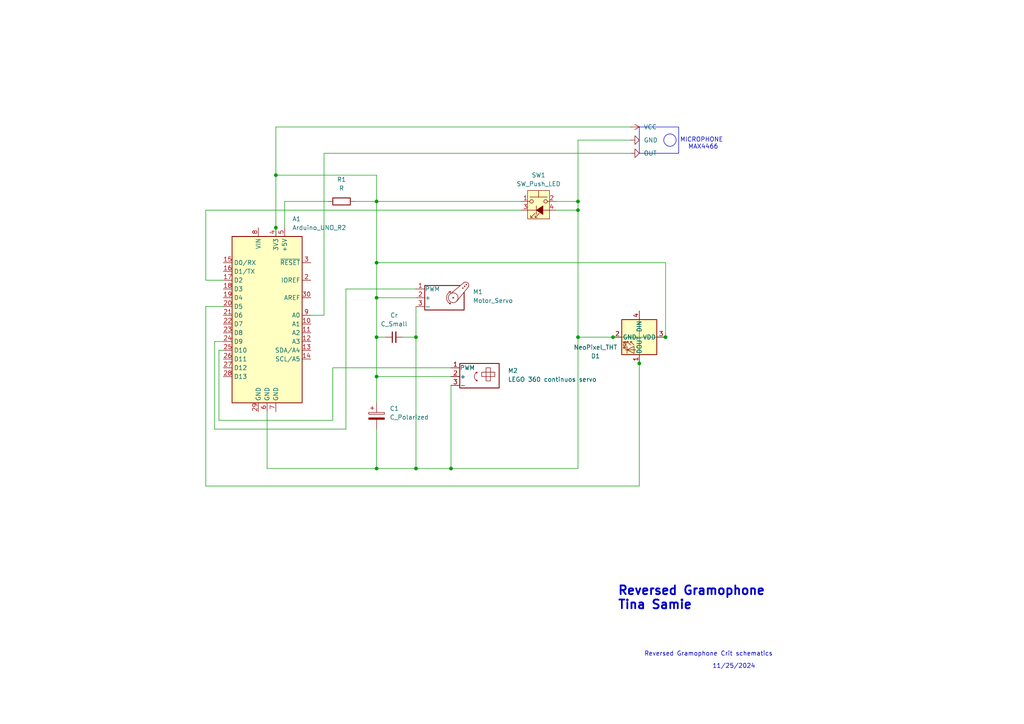
<source format=kicad_sch>
(kicad_sch
	(version 20231120)
	(generator "eeschema")
	(generator_version "8.0")
	(uuid "65bf8d4d-6d74-4b0b-81c7-e040d9420843")
	(paper "A4")
	(lib_symbols
		(symbol "Device:C_Polarized"
			(pin_numbers hide)
			(pin_names
				(offset 0.254)
			)
			(exclude_from_sim no)
			(in_bom yes)
			(on_board yes)
			(property "Reference" "C"
				(at 0.635 2.54 0)
				(effects
					(font
						(size 1.27 1.27)
					)
					(justify left)
				)
			)
			(property "Value" "C_Polarized"
				(at 0.635 -2.54 0)
				(effects
					(font
						(size 1.27 1.27)
					)
					(justify left)
				)
			)
			(property "Footprint" ""
				(at 0.9652 -3.81 0)
				(effects
					(font
						(size 1.27 1.27)
					)
					(hide yes)
				)
			)
			(property "Datasheet" "~"
				(at 0 0 0)
				(effects
					(font
						(size 1.27 1.27)
					)
					(hide yes)
				)
			)
			(property "Description" "Polarized capacitor"
				(at 0 0 0)
				(effects
					(font
						(size 1.27 1.27)
					)
					(hide yes)
				)
			)
			(property "ki_keywords" "cap capacitor"
				(at 0 0 0)
				(effects
					(font
						(size 1.27 1.27)
					)
					(hide yes)
				)
			)
			(property "ki_fp_filters" "CP_*"
				(at 0 0 0)
				(effects
					(font
						(size 1.27 1.27)
					)
					(hide yes)
				)
			)
			(symbol "C_Polarized_0_1"
				(rectangle
					(start -2.286 0.508)
					(end 2.286 1.016)
					(stroke
						(width 0)
						(type default)
					)
					(fill
						(type none)
					)
				)
				(polyline
					(pts
						(xy -1.778 2.286) (xy -0.762 2.286)
					)
					(stroke
						(width 0)
						(type default)
					)
					(fill
						(type none)
					)
				)
				(polyline
					(pts
						(xy -1.27 2.794) (xy -1.27 1.778)
					)
					(stroke
						(width 0)
						(type default)
					)
					(fill
						(type none)
					)
				)
				(rectangle
					(start 2.286 -0.508)
					(end -2.286 -1.016)
					(stroke
						(width 0)
						(type default)
					)
					(fill
						(type outline)
					)
				)
			)
			(symbol "C_Polarized_1_1"
				(pin passive line
					(at 0 3.81 270)
					(length 2.794)
					(name "~"
						(effects
							(font
								(size 1.27 1.27)
							)
						)
					)
					(number "1"
						(effects
							(font
								(size 1.27 1.27)
							)
						)
					)
				)
				(pin passive line
					(at 0 -3.81 90)
					(length 2.794)
					(name "~"
						(effects
							(font
								(size 1.27 1.27)
							)
						)
					)
					(number "2"
						(effects
							(font
								(size 1.27 1.27)
							)
						)
					)
				)
			)
		)
		(symbol "Device:C_Small"
			(pin_numbers hide)
			(pin_names
				(offset 0.254) hide)
			(exclude_from_sim no)
			(in_bom yes)
			(on_board yes)
			(property "Reference" "C"
				(at 0.254 1.778 0)
				(effects
					(font
						(size 1.27 1.27)
					)
					(justify left)
				)
			)
			(property "Value" "C_Small"
				(at 0.254 -2.032 0)
				(effects
					(font
						(size 1.27 1.27)
					)
					(justify left)
				)
			)
			(property "Footprint" ""
				(at 0 0 0)
				(effects
					(font
						(size 1.27 1.27)
					)
					(hide yes)
				)
			)
			(property "Datasheet" "~"
				(at 0 0 0)
				(effects
					(font
						(size 1.27 1.27)
					)
					(hide yes)
				)
			)
			(property "Description" "Unpolarized capacitor, small symbol"
				(at 0 0 0)
				(effects
					(font
						(size 1.27 1.27)
					)
					(hide yes)
				)
			)
			(property "ki_keywords" "capacitor cap"
				(at 0 0 0)
				(effects
					(font
						(size 1.27 1.27)
					)
					(hide yes)
				)
			)
			(property "ki_fp_filters" "C_*"
				(at 0 0 0)
				(effects
					(font
						(size 1.27 1.27)
					)
					(hide yes)
				)
			)
			(symbol "C_Small_0_1"
				(polyline
					(pts
						(xy -1.524 -0.508) (xy 1.524 -0.508)
					)
					(stroke
						(width 0.3302)
						(type default)
					)
					(fill
						(type none)
					)
				)
				(polyline
					(pts
						(xy -1.524 0.508) (xy 1.524 0.508)
					)
					(stroke
						(width 0.3048)
						(type default)
					)
					(fill
						(type none)
					)
				)
			)
			(symbol "C_Small_1_1"
				(pin passive line
					(at 0 2.54 270)
					(length 2.032)
					(name "~"
						(effects
							(font
								(size 1.27 1.27)
							)
						)
					)
					(number "1"
						(effects
							(font
								(size 1.27 1.27)
							)
						)
					)
				)
				(pin passive line
					(at 0 -2.54 90)
					(length 2.032)
					(name "~"
						(effects
							(font
								(size 1.27 1.27)
							)
						)
					)
					(number "2"
						(effects
							(font
								(size 1.27 1.27)
							)
						)
					)
				)
			)
		)
		(symbol "Device:R"
			(pin_numbers hide)
			(pin_names
				(offset 0)
			)
			(exclude_from_sim no)
			(in_bom yes)
			(on_board yes)
			(property "Reference" "R"
				(at 2.032 0 90)
				(effects
					(font
						(size 1.27 1.27)
					)
				)
			)
			(property "Value" "R"
				(at 0 0 90)
				(effects
					(font
						(size 1.27 1.27)
					)
				)
			)
			(property "Footprint" ""
				(at -1.778 0 90)
				(effects
					(font
						(size 1.27 1.27)
					)
					(hide yes)
				)
			)
			(property "Datasheet" "~"
				(at 0 0 0)
				(effects
					(font
						(size 1.27 1.27)
					)
					(hide yes)
				)
			)
			(property "Description" "Resistor"
				(at 0 0 0)
				(effects
					(font
						(size 1.27 1.27)
					)
					(hide yes)
				)
			)
			(property "ki_keywords" "R res resistor"
				(at 0 0 0)
				(effects
					(font
						(size 1.27 1.27)
					)
					(hide yes)
				)
			)
			(property "ki_fp_filters" "R_*"
				(at 0 0 0)
				(effects
					(font
						(size 1.27 1.27)
					)
					(hide yes)
				)
			)
			(symbol "R_0_1"
				(rectangle
					(start -1.016 -2.54)
					(end 1.016 2.54)
					(stroke
						(width 0.254)
						(type default)
					)
					(fill
						(type none)
					)
				)
			)
			(symbol "R_1_1"
				(pin passive line
					(at 0 3.81 270)
					(length 1.27)
					(name "~"
						(effects
							(font
								(size 1.27 1.27)
							)
						)
					)
					(number "1"
						(effects
							(font
								(size 1.27 1.27)
							)
						)
					)
				)
				(pin passive line
					(at 0 -3.81 90)
					(length 1.27)
					(name "~"
						(effects
							(font
								(size 1.27 1.27)
							)
						)
					)
					(number "2"
						(effects
							(font
								(size 1.27 1.27)
							)
						)
					)
				)
			)
		)
		(symbol "LED:NeoPixel_THT"
			(pin_names
				(offset 0.254)
			)
			(exclude_from_sim no)
			(in_bom yes)
			(on_board yes)
			(property "Reference" "D"
				(at 5.08 5.715 0)
				(effects
					(font
						(size 1.27 1.27)
					)
					(justify right bottom)
				)
			)
			(property "Value" "NeoPixel_THT"
				(at 1.27 -5.715 0)
				(effects
					(font
						(size 1.27 1.27)
					)
					(justify left top)
				)
			)
			(property "Footprint" ""
				(at 1.27 -7.62 0)
				(effects
					(font
						(size 1.27 1.27)
					)
					(justify left top)
					(hide yes)
				)
			)
			(property "Datasheet" "https://www.adafruit.com/product/1938"
				(at 2.54 -9.525 0)
				(effects
					(font
						(size 1.27 1.27)
					)
					(justify left top)
					(hide yes)
				)
			)
			(property "Description" "RGB LED with integrated controller, 5mm/8mm LED package"
				(at 0 0 0)
				(effects
					(font
						(size 1.27 1.27)
					)
					(hide yes)
				)
			)
			(property "ki_keywords" "RGB LED NeoPixel addressable"
				(at 0 0 0)
				(effects
					(font
						(size 1.27 1.27)
					)
					(hide yes)
				)
			)
			(property "ki_fp_filters" "LED*D5.0mm* LED*D8.0mm*"
				(at 0 0 0)
				(effects
					(font
						(size 1.27 1.27)
					)
					(hide yes)
				)
			)
			(symbol "NeoPixel_THT_0_0"
				(text "RGB"
					(at 2.286 -4.191 0)
					(effects
						(font
							(size 0.762 0.762)
						)
					)
				)
			)
			(symbol "NeoPixel_THT_0_1"
				(polyline
					(pts
						(xy 1.27 -3.556) (xy 1.778 -3.556)
					)
					(stroke
						(width 0)
						(type default)
					)
					(fill
						(type none)
					)
				)
				(polyline
					(pts
						(xy 1.27 -2.54) (xy 1.778 -2.54)
					)
					(stroke
						(width 0)
						(type default)
					)
					(fill
						(type none)
					)
				)
				(polyline
					(pts
						(xy 4.699 -3.556) (xy 2.667 -3.556)
					)
					(stroke
						(width 0)
						(type default)
					)
					(fill
						(type none)
					)
				)
				(polyline
					(pts
						(xy 2.286 -2.54) (xy 1.27 -3.556) (xy 1.27 -3.048)
					)
					(stroke
						(width 0)
						(type default)
					)
					(fill
						(type none)
					)
				)
				(polyline
					(pts
						(xy 2.286 -1.524) (xy 1.27 -2.54) (xy 1.27 -2.032)
					)
					(stroke
						(width 0)
						(type default)
					)
					(fill
						(type none)
					)
				)
				(polyline
					(pts
						(xy 3.683 -1.016) (xy 3.683 -3.556) (xy 3.683 -4.064)
					)
					(stroke
						(width 0)
						(type default)
					)
					(fill
						(type none)
					)
				)
				(polyline
					(pts
						(xy 4.699 -1.524) (xy 2.667 -1.524) (xy 3.683 -3.556) (xy 4.699 -1.524)
					)
					(stroke
						(width 0)
						(type default)
					)
					(fill
						(type none)
					)
				)
				(rectangle
					(start 5.08 5.08)
					(end -5.08 -5.08)
					(stroke
						(width 0.254)
						(type default)
					)
					(fill
						(type background)
					)
				)
			)
			(symbol "NeoPixel_THT_1_1"
				(pin output line
					(at 7.62 0 180)
					(length 2.54)
					(name "DOUT"
						(effects
							(font
								(size 1.27 1.27)
							)
						)
					)
					(number "1"
						(effects
							(font
								(size 1.27 1.27)
							)
						)
					)
				)
				(pin power_in line
					(at 0 -7.62 90)
					(length 2.54)
					(name "GND"
						(effects
							(font
								(size 1.27 1.27)
							)
						)
					)
					(number "2"
						(effects
							(font
								(size 1.27 1.27)
							)
						)
					)
				)
				(pin power_in line
					(at 0 7.62 270)
					(length 2.54)
					(name "VDD"
						(effects
							(font
								(size 1.27 1.27)
							)
						)
					)
					(number "3"
						(effects
							(font
								(size 1.27 1.27)
							)
						)
					)
				)
				(pin input line
					(at -7.62 0 0)
					(length 2.54)
					(name "DIN"
						(effects
							(font
								(size 1.27 1.27)
							)
						)
					)
					(number "4"
						(effects
							(font
								(size 1.27 1.27)
							)
						)
					)
				)
			)
		)
		(symbol "MCU_Module:Arduino_UNO_R2"
			(exclude_from_sim no)
			(in_bom yes)
			(on_board yes)
			(property "Reference" "A"
				(at -10.16 23.495 0)
				(effects
					(font
						(size 1.27 1.27)
					)
					(justify left bottom)
				)
			)
			(property "Value" "Arduino_UNO_R2"
				(at 5.08 -26.67 0)
				(effects
					(font
						(size 1.27 1.27)
					)
					(justify left top)
				)
			)
			(property "Footprint" "Module:Arduino_UNO_R2"
				(at 0 0 0)
				(effects
					(font
						(size 1.27 1.27)
						(italic yes)
					)
					(hide yes)
				)
			)
			(property "Datasheet" "https://www.arduino.cc/en/Main/arduinoBoardUno"
				(at 0 0 0)
				(effects
					(font
						(size 1.27 1.27)
					)
					(hide yes)
				)
			)
			(property "Description" "Arduino UNO Microcontroller Module, release 2"
				(at 0 0 0)
				(effects
					(font
						(size 1.27 1.27)
					)
					(hide yes)
				)
			)
			(property "ki_keywords" "Arduino UNO R3 Microcontroller Module Atmel AVR USB"
				(at 0 0 0)
				(effects
					(font
						(size 1.27 1.27)
					)
					(hide yes)
				)
			)
			(property "ki_fp_filters" "Arduino*UNO*R2*"
				(at 0 0 0)
				(effects
					(font
						(size 1.27 1.27)
					)
					(hide yes)
				)
			)
			(symbol "Arduino_UNO_R2_0_1"
				(rectangle
					(start -10.16 22.86)
					(end 10.16 -25.4)
					(stroke
						(width 0.254)
						(type default)
					)
					(fill
						(type background)
					)
				)
			)
			(symbol "Arduino_UNO_R2_1_1"
				(pin no_connect line
					(at -10.16 -20.32 0)
					(length 2.54) hide
					(name "NC"
						(effects
							(font
								(size 1.27 1.27)
							)
						)
					)
					(number "1"
						(effects
							(font
								(size 1.27 1.27)
							)
						)
					)
				)
				(pin bidirectional line
					(at 12.7 -2.54 180)
					(length 2.54)
					(name "A1"
						(effects
							(font
								(size 1.27 1.27)
							)
						)
					)
					(number "10"
						(effects
							(font
								(size 1.27 1.27)
							)
						)
					)
				)
				(pin bidirectional line
					(at 12.7 -5.08 180)
					(length 2.54)
					(name "A2"
						(effects
							(font
								(size 1.27 1.27)
							)
						)
					)
					(number "11"
						(effects
							(font
								(size 1.27 1.27)
							)
						)
					)
				)
				(pin bidirectional line
					(at 12.7 -7.62 180)
					(length 2.54)
					(name "A3"
						(effects
							(font
								(size 1.27 1.27)
							)
						)
					)
					(number "12"
						(effects
							(font
								(size 1.27 1.27)
							)
						)
					)
				)
				(pin bidirectional line
					(at 12.7 -10.16 180)
					(length 2.54)
					(name "SDA/A4"
						(effects
							(font
								(size 1.27 1.27)
							)
						)
					)
					(number "13"
						(effects
							(font
								(size 1.27 1.27)
							)
						)
					)
				)
				(pin bidirectional line
					(at 12.7 -12.7 180)
					(length 2.54)
					(name "SCL/A5"
						(effects
							(font
								(size 1.27 1.27)
							)
						)
					)
					(number "14"
						(effects
							(font
								(size 1.27 1.27)
							)
						)
					)
				)
				(pin bidirectional line
					(at -12.7 15.24 0)
					(length 2.54)
					(name "D0/RX"
						(effects
							(font
								(size 1.27 1.27)
							)
						)
					)
					(number "15"
						(effects
							(font
								(size 1.27 1.27)
							)
						)
					)
				)
				(pin bidirectional line
					(at -12.7 12.7 0)
					(length 2.54)
					(name "D1/TX"
						(effects
							(font
								(size 1.27 1.27)
							)
						)
					)
					(number "16"
						(effects
							(font
								(size 1.27 1.27)
							)
						)
					)
				)
				(pin bidirectional line
					(at -12.7 10.16 0)
					(length 2.54)
					(name "D2"
						(effects
							(font
								(size 1.27 1.27)
							)
						)
					)
					(number "17"
						(effects
							(font
								(size 1.27 1.27)
							)
						)
					)
				)
				(pin bidirectional line
					(at -12.7 7.62 0)
					(length 2.54)
					(name "D3"
						(effects
							(font
								(size 1.27 1.27)
							)
						)
					)
					(number "18"
						(effects
							(font
								(size 1.27 1.27)
							)
						)
					)
				)
				(pin bidirectional line
					(at -12.7 5.08 0)
					(length 2.54)
					(name "D4"
						(effects
							(font
								(size 1.27 1.27)
							)
						)
					)
					(number "19"
						(effects
							(font
								(size 1.27 1.27)
							)
						)
					)
				)
				(pin output line
					(at 12.7 10.16 180)
					(length 2.54)
					(name "IOREF"
						(effects
							(font
								(size 1.27 1.27)
							)
						)
					)
					(number "2"
						(effects
							(font
								(size 1.27 1.27)
							)
						)
					)
				)
				(pin bidirectional line
					(at -12.7 2.54 0)
					(length 2.54)
					(name "D5"
						(effects
							(font
								(size 1.27 1.27)
							)
						)
					)
					(number "20"
						(effects
							(font
								(size 1.27 1.27)
							)
						)
					)
				)
				(pin bidirectional line
					(at -12.7 0 0)
					(length 2.54)
					(name "D6"
						(effects
							(font
								(size 1.27 1.27)
							)
						)
					)
					(number "21"
						(effects
							(font
								(size 1.27 1.27)
							)
						)
					)
				)
				(pin bidirectional line
					(at -12.7 -2.54 0)
					(length 2.54)
					(name "D7"
						(effects
							(font
								(size 1.27 1.27)
							)
						)
					)
					(number "22"
						(effects
							(font
								(size 1.27 1.27)
							)
						)
					)
				)
				(pin bidirectional line
					(at -12.7 -5.08 0)
					(length 2.54)
					(name "D8"
						(effects
							(font
								(size 1.27 1.27)
							)
						)
					)
					(number "23"
						(effects
							(font
								(size 1.27 1.27)
							)
						)
					)
				)
				(pin bidirectional line
					(at -12.7 -7.62 0)
					(length 2.54)
					(name "D9"
						(effects
							(font
								(size 1.27 1.27)
							)
						)
					)
					(number "24"
						(effects
							(font
								(size 1.27 1.27)
							)
						)
					)
				)
				(pin bidirectional line
					(at -12.7 -10.16 0)
					(length 2.54)
					(name "D10"
						(effects
							(font
								(size 1.27 1.27)
							)
						)
					)
					(number "25"
						(effects
							(font
								(size 1.27 1.27)
							)
						)
					)
				)
				(pin bidirectional line
					(at -12.7 -12.7 0)
					(length 2.54)
					(name "D11"
						(effects
							(font
								(size 1.27 1.27)
							)
						)
					)
					(number "26"
						(effects
							(font
								(size 1.27 1.27)
							)
						)
					)
				)
				(pin bidirectional line
					(at -12.7 -15.24 0)
					(length 2.54)
					(name "D12"
						(effects
							(font
								(size 1.27 1.27)
							)
						)
					)
					(number "27"
						(effects
							(font
								(size 1.27 1.27)
							)
						)
					)
				)
				(pin bidirectional line
					(at -12.7 -17.78 0)
					(length 2.54)
					(name "D13"
						(effects
							(font
								(size 1.27 1.27)
							)
						)
					)
					(number "28"
						(effects
							(font
								(size 1.27 1.27)
							)
						)
					)
				)
				(pin power_in line
					(at -2.54 -27.94 90)
					(length 2.54)
					(name "GND"
						(effects
							(font
								(size 1.27 1.27)
							)
						)
					)
					(number "29"
						(effects
							(font
								(size 1.27 1.27)
							)
						)
					)
				)
				(pin input line
					(at 12.7 15.24 180)
					(length 2.54)
					(name "~{RESET}"
						(effects
							(font
								(size 1.27 1.27)
							)
						)
					)
					(number "3"
						(effects
							(font
								(size 1.27 1.27)
							)
						)
					)
				)
				(pin input line
					(at 12.7 5.08 180)
					(length 2.54)
					(name "AREF"
						(effects
							(font
								(size 1.27 1.27)
							)
						)
					)
					(number "30"
						(effects
							(font
								(size 1.27 1.27)
							)
						)
					)
				)
				(pin power_out line
					(at 2.54 25.4 270)
					(length 2.54)
					(name "3V3"
						(effects
							(font
								(size 1.27 1.27)
							)
						)
					)
					(number "4"
						(effects
							(font
								(size 1.27 1.27)
							)
						)
					)
				)
				(pin power_out line
					(at 5.08 25.4 270)
					(length 2.54)
					(name "+5V"
						(effects
							(font
								(size 1.27 1.27)
							)
						)
					)
					(number "5"
						(effects
							(font
								(size 1.27 1.27)
							)
						)
					)
				)
				(pin power_in line
					(at 0 -27.94 90)
					(length 2.54)
					(name "GND"
						(effects
							(font
								(size 1.27 1.27)
							)
						)
					)
					(number "6"
						(effects
							(font
								(size 1.27 1.27)
							)
						)
					)
				)
				(pin power_in line
					(at 2.54 -27.94 90)
					(length 2.54)
					(name "GND"
						(effects
							(font
								(size 1.27 1.27)
							)
						)
					)
					(number "7"
						(effects
							(font
								(size 1.27 1.27)
							)
						)
					)
				)
				(pin power_in line
					(at -2.54 25.4 270)
					(length 2.54)
					(name "VIN"
						(effects
							(font
								(size 1.27 1.27)
							)
						)
					)
					(number "8"
						(effects
							(font
								(size 1.27 1.27)
							)
						)
					)
				)
				(pin bidirectional line
					(at 12.7 0 180)
					(length 2.54)
					(name "A0"
						(effects
							(font
								(size 1.27 1.27)
							)
						)
					)
					(number "9"
						(effects
							(font
								(size 1.27 1.27)
							)
						)
					)
				)
			)
		)
		(symbol "Motor:Motor_Servo"
			(pin_names
				(offset 0.0254)
			)
			(exclude_from_sim no)
			(in_bom yes)
			(on_board yes)
			(property "Reference" "M"
				(at -5.08 4.445 0)
				(effects
					(font
						(size 1.27 1.27)
					)
					(justify left)
				)
			)
			(property "Value" "Motor_Servo"
				(at -5.08 -4.064 0)
				(effects
					(font
						(size 1.27 1.27)
					)
					(justify left top)
				)
			)
			(property "Footprint" ""
				(at 0 -4.826 0)
				(effects
					(font
						(size 1.27 1.27)
					)
					(hide yes)
				)
			)
			(property "Datasheet" "http://forums.parallax.com/uploads/attachments/46831/74481.png"
				(at 0 -4.826 0)
				(effects
					(font
						(size 1.27 1.27)
					)
					(hide yes)
				)
			)
			(property "Description" "Servo Motor (Futaba, HiTec, JR connector)"
				(at 0 0 0)
				(effects
					(font
						(size 1.27 1.27)
					)
					(hide yes)
				)
			)
			(property "ki_keywords" "Servo Motor"
				(at 0 0 0)
				(effects
					(font
						(size 1.27 1.27)
					)
					(hide yes)
				)
			)
			(property "ki_fp_filters" "PinHeader*P2.54mm*"
				(at 0 0 0)
				(effects
					(font
						(size 1.27 1.27)
					)
					(hide yes)
				)
			)
			(symbol "Motor_Servo_0_1"
				(polyline
					(pts
						(xy 2.413 -1.778) (xy 2.032 -1.778)
					)
					(stroke
						(width 0)
						(type default)
					)
					(fill
						(type none)
					)
				)
				(polyline
					(pts
						(xy 2.413 -1.778) (xy 2.286 -1.397)
					)
					(stroke
						(width 0)
						(type default)
					)
					(fill
						(type none)
					)
				)
				(polyline
					(pts
						(xy 2.413 1.778) (xy 1.905 1.778)
					)
					(stroke
						(width 0)
						(type default)
					)
					(fill
						(type none)
					)
				)
				(polyline
					(pts
						(xy 2.413 1.778) (xy 2.286 1.397)
					)
					(stroke
						(width 0)
						(type default)
					)
					(fill
						(type none)
					)
				)
				(polyline
					(pts
						(xy 6.35 4.445) (xy 2.54 1.27)
					)
					(stroke
						(width 0)
						(type default)
					)
					(fill
						(type none)
					)
				)
				(polyline
					(pts
						(xy 7.62 3.175) (xy 4.191 -1.016)
					)
					(stroke
						(width 0)
						(type default)
					)
					(fill
						(type none)
					)
				)
				(polyline
					(pts
						(xy 5.08 3.556) (xy -5.08 3.556) (xy -5.08 -3.556) (xy 6.35 -3.556) (xy 6.35 1.524)
					)
					(stroke
						(width 0.254)
						(type default)
					)
					(fill
						(type none)
					)
				)
				(arc
					(start 2.413 1.778)
					(mid 1.2406 0)
					(end 2.413 -1.778)
					(stroke
						(width 0)
						(type default)
					)
					(fill
						(type none)
					)
				)
				(circle
					(center 3.175 0)
					(radius 0.1778)
					(stroke
						(width 0)
						(type default)
					)
					(fill
						(type none)
					)
				)
				(circle
					(center 3.175 0)
					(radius 1.4224)
					(stroke
						(width 0)
						(type default)
					)
					(fill
						(type none)
					)
				)
				(circle
					(center 5.969 2.794)
					(radius 0.127)
					(stroke
						(width 0)
						(type default)
					)
					(fill
						(type none)
					)
				)
				(circle
					(center 6.477 3.302)
					(radius 0.127)
					(stroke
						(width 0)
						(type default)
					)
					(fill
						(type none)
					)
				)
				(circle
					(center 6.985 3.81)
					(radius 0.127)
					(stroke
						(width 0)
						(type default)
					)
					(fill
						(type none)
					)
				)
				(arc
					(start 7.62 3.175)
					(mid 7.4485 4.2735)
					(end 6.35 4.445)
					(stroke
						(width 0)
						(type default)
					)
					(fill
						(type none)
					)
				)
			)
			(symbol "Motor_Servo_1_1"
				(pin passive line
					(at -7.62 2.54 0)
					(length 2.54)
					(name "PWM"
						(effects
							(font
								(size 1.27 1.27)
							)
						)
					)
					(number "1"
						(effects
							(font
								(size 1.27 1.27)
							)
						)
					)
				)
				(pin passive line
					(at -7.62 0 0)
					(length 2.54)
					(name "+"
						(effects
							(font
								(size 1.27 1.27)
							)
						)
					)
					(number "2"
						(effects
							(font
								(size 1.27 1.27)
							)
						)
					)
				)
				(pin passive line
					(at -7.62 -2.54 0)
					(length 2.54)
					(name "-"
						(effects
							(font
								(size 1.27 1.27)
							)
						)
					)
					(number "3"
						(effects
							(font
								(size 1.27 1.27)
							)
						)
					)
				)
			)
		)
		(symbol "Motor_Servo_1"
			(pin_names
				(offset 0.0254)
			)
			(exclude_from_sim no)
			(in_bom yes)
			(on_board yes)
			(property "Reference" "M2"
				(at 8.89 1.7035 0)
				(effects
					(font
						(size 1.27 1.27)
					)
					(justify left)
				)
			)
			(property "Value" "LEGO 360 continuos servo"
				(at 8.89 -0.8365 0)
				(effects
					(font
						(size 1.27 1.27)
					)
					(justify left)
				)
			)
			(property "Footprint" ""
				(at 0 -4.826 0)
				(effects
					(font
						(size 1.27 1.27)
					)
					(hide yes)
				)
			)
			(property "Datasheet" "http://forums.parallax.com/uploads/attachments/46831/74481.png"
				(at 0 -4.826 0)
				(effects
					(font
						(size 1.27 1.27)
					)
					(hide yes)
				)
			)
			(property "Description" "Servo Motor (Futaba, HiTec, JR connector)"
				(at 0 0 0)
				(effects
					(font
						(size 1.27 1.27)
					)
					(hide yes)
				)
			)
			(property "ki_keywords" "Servo Motor"
				(at 0 0 0)
				(effects
					(font
						(size 1.27 1.27)
					)
					(hide yes)
				)
			)
			(property "ki_fp_filters" "PinHeader*P2.54mm*"
				(at 0 0 0)
				(effects
					(font
						(size 1.27 1.27)
					)
					(hide yes)
				)
			)
			(symbol "Motor_Servo_1_0_1"
				(polyline
					(pts
						(xy 0 -1.27) (xy -0.381 -1.27)
					)
					(stroke
						(width 0)
						(type default)
					)
					(fill
						(type none)
					)
				)
				(polyline
					(pts
						(xy 0 -1.27) (xy -0.127 -0.889)
					)
					(stroke
						(width 0)
						(type default)
					)
					(fill
						(type none)
					)
				)
				(polyline
					(pts
						(xy 0 1.27) (xy -0.508 1.27)
					)
					(stroke
						(width 0)
						(type default)
					)
					(fill
						(type none)
					)
				)
				(polyline
					(pts
						(xy 0 1.27) (xy -0.127 0.889)
					)
					(stroke
						(width 0)
						(type default)
					)
					(fill
						(type none)
					)
				)
				(polyline
					(pts
						(xy 6.35 3.81) (xy -5.08 3.81) (xy -5.08 -3.302) (xy 6.35 -3.302) (xy 6.35 3.81)
					)
					(stroke
						(width 0.254)
						(type default)
					)
					(fill
						(type none)
					)
				)
				(arc
					(start 0 1.27)
					(mid -0.8373 0)
					(end 0 -1.27)
					(stroke
						(width 0)
						(type default)
					)
					(fill
						(type none)
					)
				)
				(rectangle
					(start 1.27 1.27)
					(end 5.08 0)
					(stroke
						(width 0)
						(type default)
					)
					(fill
						(type none)
					)
				)
				(rectangle
					(start 2.54 2.54)
					(end 3.81 -1.27)
					(stroke
						(width 0)
						(type default)
					)
					(fill
						(type none)
					)
				)
			)
			(symbol "Motor_Servo_1_1_1"
				(pin passive line
					(at -7.62 2.54 0)
					(length 2.54)
					(name "PWM"
						(effects
							(font
								(size 1.27 1.27)
							)
						)
					)
					(number "1"
						(effects
							(font
								(size 1.27 1.27)
							)
						)
					)
				)
				(pin passive line
					(at -7.62 0 0)
					(length 2.54)
					(name "+"
						(effects
							(font
								(size 1.27 1.27)
							)
						)
					)
					(number "2"
						(effects
							(font
								(size 1.27 1.27)
							)
						)
					)
				)
				(pin passive line
					(at -7.62 -2.54 0)
					(length 2.54)
					(name "-"
						(effects
							(font
								(size 1.27 1.27)
							)
						)
					)
					(number "3"
						(effects
							(font
								(size 1.27 1.27)
							)
						)
					)
				)
			)
		)
		(symbol "Switch:SW_Push_LED"
			(pin_names
				(offset 1.016) hide)
			(exclude_from_sim no)
			(in_bom yes)
			(on_board yes)
			(property "Reference" "SW"
				(at 0 7.62 0)
				(effects
					(font
						(size 1.27 1.27)
					)
				)
			)
			(property "Value" "SW_Push_LED"
				(at 0 -3.81 0)
				(effects
					(font
						(size 1.27 1.27)
					)
				)
			)
			(property "Footprint" ""
				(at 0 7.62 0)
				(effects
					(font
						(size 1.27 1.27)
					)
					(hide yes)
				)
			)
			(property "Datasheet" "~"
				(at 0 7.62 0)
				(effects
					(font
						(size 1.27 1.27)
					)
					(hide yes)
				)
			)
			(property "Description" "Push button switch with LED, generic"
				(at 0 0 0)
				(effects
					(font
						(size 1.27 1.27)
					)
					(hide yes)
				)
			)
			(property "ki_keywords" "switch normally-open pushbutton push-button LED"
				(at 0 0 0)
				(effects
					(font
						(size 1.27 1.27)
					)
					(hide yes)
				)
			)
			(symbol "SW_Push_LED_0_0"
				(polyline
					(pts
						(xy -2.54 0) (xy 2.54 0)
					)
					(stroke
						(width 0)
						(type default)
					)
					(fill
						(type none)
					)
				)
				(polyline
					(pts
						(xy -2.286 -2.159) (xy -1.016 -0.889)
					)
					(stroke
						(width 0)
						(type default)
					)
					(fill
						(type none)
					)
				)
				(polyline
					(pts
						(xy -1.016 -2.159) (xy 0.254 -0.889)
					)
					(stroke
						(width 0)
						(type default)
					)
					(fill
						(type none)
					)
				)
				(polyline
					(pts
						(xy -0.635 1.27) (xy -0.635 -1.27)
					)
					(stroke
						(width 0)
						(type default)
					)
					(fill
						(type none)
					)
				)
				(polyline
					(pts
						(xy -2.286 -1.524) (xy -2.286 -2.159) (xy -1.651 -2.159)
					)
					(stroke
						(width 0)
						(type default)
					)
					(fill
						(type none)
					)
				)
				(polyline
					(pts
						(xy -1.016 -1.524) (xy -1.016 -2.159) (xy -0.381 -2.159)
					)
					(stroke
						(width 0)
						(type default)
					)
					(fill
						(type none)
					)
				)
				(polyline
					(pts
						(xy -0.635 0) (xy 1.27 1.27) (xy 1.27 -1.27) (xy -0.635 0)
					)
					(stroke
						(width 0)
						(type default)
					)
					(fill
						(type outline)
					)
				)
			)
			(symbol "SW_Push_LED_0_1"
				(circle
					(center -2.032 2.54)
					(radius 0.508)
					(stroke
						(width 0)
						(type default)
					)
					(fill
						(type none)
					)
				)
				(polyline
					(pts
						(xy 0 3.81) (xy 0 5.588)
					)
					(stroke
						(width 0)
						(type default)
					)
					(fill
						(type none)
					)
				)
				(polyline
					(pts
						(xy 2.54 3.81) (xy -2.54 3.81)
					)
					(stroke
						(width 0)
						(type default)
					)
					(fill
						(type none)
					)
				)
				(circle
					(center 2.032 2.54)
					(radius 0.508)
					(stroke
						(width 0)
						(type default)
					)
					(fill
						(type none)
					)
				)
				(pin passive line
					(at -5.08 2.54 0)
					(length 2.54)
					(name "1"
						(effects
							(font
								(size 1.27 1.27)
							)
						)
					)
					(number "1"
						(effects
							(font
								(size 1.27 1.27)
							)
						)
					)
				)
				(pin passive line
					(at 5.08 2.54 180)
					(length 2.54)
					(name "2"
						(effects
							(font
								(size 1.27 1.27)
							)
						)
					)
					(number "2"
						(effects
							(font
								(size 1.27 1.27)
							)
						)
					)
				)
				(pin passive line
					(at -5.08 0 0)
					(length 2.54)
					(name "K"
						(effects
							(font
								(size 1.27 1.27)
							)
						)
					)
					(number "3"
						(effects
							(font
								(size 1.27 1.27)
							)
						)
					)
				)
				(pin passive line
					(at 5.08 0 180)
					(length 2.54)
					(name "A"
						(effects
							(font
								(size 1.27 1.27)
							)
						)
					)
					(number "4"
						(effects
							(font
								(size 1.27 1.27)
							)
						)
					)
				)
			)
			(symbol "SW_Push_LED_1_1"
				(rectangle
					(start -3.175 5.715)
					(end 3.175 -2.54)
					(stroke
						(width 0)
						(type default)
					)
					(fill
						(type background)
					)
				)
			)
		)
		(symbol "power:GND"
			(power)
			(pin_numbers hide)
			(pin_names
				(offset 0) hide)
			(exclude_from_sim no)
			(in_bom yes)
			(on_board yes)
			(property "Reference" "#PWR"
				(at 0 -6.35 0)
				(effects
					(font
						(size 1.27 1.27)
					)
					(hide yes)
				)
			)
			(property "Value" "GND"
				(at 0 -3.81 0)
				(effects
					(font
						(size 1.27 1.27)
					)
				)
			)
			(property "Footprint" ""
				(at 0 0 0)
				(effects
					(font
						(size 1.27 1.27)
					)
					(hide yes)
				)
			)
			(property "Datasheet" ""
				(at 0 0 0)
				(effects
					(font
						(size 1.27 1.27)
					)
					(hide yes)
				)
			)
			(property "Description" "Power symbol creates a global label with name \"GND\" , ground"
				(at 0 0 0)
				(effects
					(font
						(size 1.27 1.27)
					)
					(hide yes)
				)
			)
			(property "ki_keywords" "global power"
				(at 0 0 0)
				(effects
					(font
						(size 1.27 1.27)
					)
					(hide yes)
				)
			)
			(symbol "GND_0_1"
				(polyline
					(pts
						(xy 0 0) (xy 0 -1.27) (xy 1.27 -1.27) (xy 0 -2.54) (xy -1.27 -1.27) (xy 0 -1.27)
					)
					(stroke
						(width 0)
						(type default)
					)
					(fill
						(type none)
					)
				)
			)
			(symbol "GND_1_1"
				(pin power_in line
					(at 0 0 270)
					(length 0)
					(name "~"
						(effects
							(font
								(size 1.27 1.27)
							)
						)
					)
					(number "1"
						(effects
							(font
								(size 1.27 1.27)
							)
						)
					)
				)
			)
		)
		(symbol "power:VCC"
			(power)
			(pin_numbers hide)
			(pin_names
				(offset 0) hide)
			(exclude_from_sim no)
			(in_bom yes)
			(on_board yes)
			(property "Reference" "#PWR"
				(at 0 -3.81 0)
				(effects
					(font
						(size 1.27 1.27)
					)
					(hide yes)
				)
			)
			(property "Value" "VCC"
				(at 0 3.556 0)
				(effects
					(font
						(size 1.27 1.27)
					)
				)
			)
			(property "Footprint" ""
				(at 0 0 0)
				(effects
					(font
						(size 1.27 1.27)
					)
					(hide yes)
				)
			)
			(property "Datasheet" ""
				(at 0 0 0)
				(effects
					(font
						(size 1.27 1.27)
					)
					(hide yes)
				)
			)
			(property "Description" "Power symbol creates a global label with name \"VCC\""
				(at 0 0 0)
				(effects
					(font
						(size 1.27 1.27)
					)
					(hide yes)
				)
			)
			(property "ki_keywords" "global power"
				(at 0 0 0)
				(effects
					(font
						(size 1.27 1.27)
					)
					(hide yes)
				)
			)
			(symbol "VCC_0_1"
				(polyline
					(pts
						(xy -0.762 1.27) (xy 0 2.54)
					)
					(stroke
						(width 0)
						(type default)
					)
					(fill
						(type none)
					)
				)
				(polyline
					(pts
						(xy 0 0) (xy 0 2.54)
					)
					(stroke
						(width 0)
						(type default)
					)
					(fill
						(type none)
					)
				)
				(polyline
					(pts
						(xy 0 2.54) (xy 0.762 1.27)
					)
					(stroke
						(width 0)
						(type default)
					)
					(fill
						(type none)
					)
				)
			)
			(symbol "VCC_1_1"
				(pin power_in line
					(at 0 0 90)
					(length 0)
					(name "~"
						(effects
							(font
								(size 1.27 1.27)
							)
						)
					)
					(number "1"
						(effects
							(font
								(size 1.27 1.27)
							)
						)
					)
				)
			)
		)
	)
	(junction
		(at 109.22 76.2)
		(diameter 0)
		(color 0 0 0 0)
		(uuid "0dfd0107-4c30-4358-9aa9-d12381588ec5")
	)
	(junction
		(at 167.64 97.79)
		(diameter 0)
		(color 0 0 0 0)
		(uuid "11a40793-0118-44cd-b6cd-827df4d29666")
	)
	(junction
		(at 109.22 86.36)
		(diameter 0)
		(color 0 0 0 0)
		(uuid "1ab54a08-6009-4aac-8926-0c5e5397fb21")
	)
	(junction
		(at 177.8 97.79)
		(diameter 0)
		(color 0 0 0 0)
		(uuid "1f117ea1-0d9e-46b6-87b2-89f6f2b7fbc5")
	)
	(junction
		(at 109.22 135.89)
		(diameter 0)
		(color 0 0 0 0)
		(uuid "270b801a-788c-4bac-a20c-3141b1e9b654")
	)
	(junction
		(at 120.65 97.79)
		(diameter 0)
		(color 0 0 0 0)
		(uuid "40efd16c-3e1e-4e9e-aff9-6a7395fa1d2b")
	)
	(junction
		(at 109.22 58.42)
		(diameter 0)
		(color 0 0 0 0)
		(uuid "431447f8-5018-496b-bd20-23fbfd08c998")
	)
	(junction
		(at 120.65 135.89)
		(diameter 0)
		(color 0 0 0 0)
		(uuid "5268c0d3-d118-4d55-b08c-97fa5d68b30c")
	)
	(junction
		(at 80.01 66.04)
		(diameter 0)
		(color 0 0 0 0)
		(uuid "5deaeb6b-4435-4383-9abb-e48a28bf5254")
	)
	(junction
		(at 193.04 97.79)
		(diameter 0)
		(color 0 0 0 0)
		(uuid "689a85c4-96c2-404d-8449-63e778a926dc")
	)
	(junction
		(at 109.22 109.22)
		(diameter 0)
		(color 0 0 0 0)
		(uuid "84453c5c-2513-4318-9c01-f431123f26f8")
	)
	(junction
		(at 80.01 50.8)
		(diameter 0)
		(color 0 0 0 0)
		(uuid "afba9fb4-76cf-46db-83ab-129378ca73fe")
	)
	(junction
		(at 109.22 97.79)
		(diameter 0)
		(color 0 0 0 0)
		(uuid "e494ef12-5e8c-437b-bad0-a456c08a9848")
	)
	(junction
		(at 167.64 60.96)
		(diameter 0)
		(color 0 0 0 0)
		(uuid "f299b77d-ebb5-4fcb-8a58-081c108187ad")
	)
	(junction
		(at 185.42 105.41)
		(diameter 0)
		(color 0 0 0 0)
		(uuid "f81e4702-152a-450a-86fe-811ed77e021d")
	)
	(junction
		(at 167.64 58.42)
		(diameter 0)
		(color 0 0 0 0)
		(uuid "f8fa13a6-6092-4fef-9404-0bab7b166015")
	)
	(junction
		(at 130.81 135.89)
		(diameter 0)
		(color 0 0 0 0)
		(uuid "fd1fb21b-5ba3-456a-a3d1-789998187007")
	)
	(wire
		(pts
			(xy 120.65 97.79) (xy 120.65 135.89)
		)
		(stroke
			(width 0)
			(type default)
		)
		(uuid "021c3856-52d6-459b-ac06-5751ef4d2e3f")
	)
	(wire
		(pts
			(xy 62.23 99.06) (xy 64.77 99.06)
		)
		(stroke
			(width 0)
			(type default)
		)
		(uuid "0432c72e-83a6-4917-966d-e02b89e3ec7a")
	)
	(wire
		(pts
			(xy 109.22 109.22) (xy 109.22 116.84)
		)
		(stroke
			(width 0)
			(type default)
		)
		(uuid "058a370e-941f-42bf-97e9-f7ca6e97ea76")
	)
	(wire
		(pts
			(xy 59.69 140.97) (xy 59.69 88.9)
		)
		(stroke
			(width 0)
			(type default)
		)
		(uuid "063647d1-4200-4edc-bf5e-e08cf5c3c915")
	)
	(wire
		(pts
			(xy 63.5 121.92) (xy 63.5 101.6)
		)
		(stroke
			(width 0)
			(type default)
		)
		(uuid "0a51ee9e-c4b0-40c5-8439-93d99a57222b")
	)
	(wire
		(pts
			(xy 59.69 81.28) (xy 64.77 81.28)
		)
		(stroke
			(width 0)
			(type default)
		)
		(uuid "1fe34034-d3b3-4802-a082-06eff9fd555b")
	)
	(wire
		(pts
			(xy 167.64 58.42) (xy 167.64 60.96)
		)
		(stroke
			(width 0)
			(type default)
		)
		(uuid "23fb0ed7-d11d-40b0-b6e8-d6724a20d67f")
	)
	(wire
		(pts
			(xy 161.29 60.96) (xy 167.64 60.96)
		)
		(stroke
			(width 0)
			(type default)
		)
		(uuid "2552e126-0cba-4d03-aba3-dc31330036b3")
	)
	(wire
		(pts
			(xy 59.69 60.96) (xy 59.69 81.28)
		)
		(stroke
			(width 0)
			(type default)
		)
		(uuid "291338e9-9643-4df4-9422-4bfb2b8dc44d")
	)
	(wire
		(pts
			(xy 59.69 88.9) (xy 64.77 88.9)
		)
		(stroke
			(width 0)
			(type default)
		)
		(uuid "2cf98eb3-c383-408d-b68a-444c3ee317b9")
	)
	(wire
		(pts
			(xy 102.87 58.42) (xy 109.22 58.42)
		)
		(stroke
			(width 0)
			(type default)
		)
		(uuid "2ebf10d9-7ae9-4035-b504-1fa3b802dfab")
	)
	(wire
		(pts
			(xy 59.69 60.96) (xy 151.13 60.96)
		)
		(stroke
			(width 0)
			(type default)
		)
		(uuid "31e6a000-f8f7-42c3-9d65-5b2bacc6d128")
	)
	(wire
		(pts
			(xy 62.23 124.46) (xy 62.23 99.06)
		)
		(stroke
			(width 0)
			(type default)
		)
		(uuid "3787fc5b-fb6f-4ef4-95a1-9623ce1b38a7")
	)
	(wire
		(pts
			(xy 100.33 124.46) (xy 62.23 124.46)
		)
		(stroke
			(width 0)
			(type default)
		)
		(uuid "3ad8b6f0-c27c-49ca-b9ae-86c7cc690a19")
	)
	(wire
		(pts
			(xy 109.22 86.36) (xy 120.65 86.36)
		)
		(stroke
			(width 0)
			(type default)
		)
		(uuid "3ad90fd0-7408-4915-ace9-ea404da85c75")
	)
	(wire
		(pts
			(xy 151.13 58.42) (xy 109.22 58.42)
		)
		(stroke
			(width 0)
			(type default)
		)
		(uuid "3df64f72-02a9-44fe-9631-8f7f7f8be24e")
	)
	(wire
		(pts
			(xy 167.64 97.79) (xy 167.64 135.89)
		)
		(stroke
			(width 0)
			(type default)
		)
		(uuid "3fffe3e9-07b9-4e97-af76-a901c21189aa")
	)
	(wire
		(pts
			(xy 167.64 40.64) (xy 182.88 40.64)
		)
		(stroke
			(width 0)
			(type default)
		)
		(uuid "484e9e92-03ab-453a-ae04-f3f0c5291bfb")
	)
	(wire
		(pts
			(xy 167.64 97.79) (xy 177.8 97.79)
		)
		(stroke
			(width 0)
			(type default)
		)
		(uuid "5a2afd2b-18af-4a5f-ad54-8f0f907bdad0")
	)
	(wire
		(pts
			(xy 193.04 97.79) (xy 193.04 76.2)
		)
		(stroke
			(width 0)
			(type default)
		)
		(uuid "5b2ba16e-9d51-4830-a272-a400c8476fa0")
	)
	(wire
		(pts
			(xy 120.65 135.89) (xy 130.81 135.89)
		)
		(stroke
			(width 0)
			(type default)
		)
		(uuid "5b305cd9-dd78-456c-b5ee-5fa67af722d8")
	)
	(wire
		(pts
			(xy 93.98 44.45) (xy 182.88 44.45)
		)
		(stroke
			(width 0)
			(type default)
		)
		(uuid "5e4d0392-af4c-4fe7-9116-16c3fb854ece")
	)
	(wire
		(pts
			(xy 93.98 44.45) (xy 93.98 91.44)
		)
		(stroke
			(width 0)
			(type default)
		)
		(uuid "5f7425aa-6690-4ea9-9f97-53d7a17414ab")
	)
	(wire
		(pts
			(xy 109.22 135.89) (xy 120.65 135.89)
		)
		(stroke
			(width 0)
			(type default)
		)
		(uuid "668501d8-2615-48c8-b55d-0b3bd18b4646")
	)
	(wire
		(pts
			(xy 109.22 58.42) (xy 109.22 76.2)
		)
		(stroke
			(width 0)
			(type default)
		)
		(uuid "6b525bd8-66b1-4767-a4d4-7af942f6598f")
	)
	(wire
		(pts
			(xy 167.64 60.96) (xy 167.64 97.79)
		)
		(stroke
			(width 0)
			(type default)
		)
		(uuid "6e072112-d91b-4c74-b3d9-e00095683c8d")
	)
	(wire
		(pts
			(xy 130.81 135.89) (xy 167.64 135.89)
		)
		(stroke
			(width 0)
			(type default)
		)
		(uuid "6e524362-3907-4746-8456-85b68128f8d2")
	)
	(wire
		(pts
			(xy 109.22 97.79) (xy 111.76 97.79)
		)
		(stroke
			(width 0)
			(type default)
		)
		(uuid "6e64d374-b09c-441a-ac9c-b60a760a09bb")
	)
	(wire
		(pts
			(xy 82.55 58.42) (xy 82.55 66.04)
		)
		(stroke
			(width 0)
			(type default)
		)
		(uuid "7292b068-3141-42e2-b27a-8d140f199516")
	)
	(wire
		(pts
			(xy 82.55 58.42) (xy 95.25 58.42)
		)
		(stroke
			(width 0)
			(type default)
		)
		(uuid "774418f0-d31c-46c1-9edf-94286ad9dfd2")
	)
	(wire
		(pts
			(xy 96.52 106.68) (xy 96.52 121.92)
		)
		(stroke
			(width 0)
			(type default)
		)
		(uuid "78ff62b4-ef88-4109-8dbb-7d3a827fcd10")
	)
	(wire
		(pts
			(xy 120.65 83.82) (xy 100.33 83.82)
		)
		(stroke
			(width 0)
			(type default)
		)
		(uuid "81c82ae2-89bf-4a21-a1c0-656ac6795ae2")
	)
	(wire
		(pts
			(xy 80.01 66.04) (xy 80.01 68.58)
		)
		(stroke
			(width 0)
			(type default)
		)
		(uuid "84eb0b4e-5197-4d1b-a768-f612e4e9c5d7")
	)
	(wire
		(pts
			(xy 109.22 124.46) (xy 109.22 135.89)
		)
		(stroke
			(width 0)
			(type default)
		)
		(uuid "87fa40a2-6078-4ee8-a4a1-2de538420e5c")
	)
	(wire
		(pts
			(xy 120.65 88.9) (xy 120.65 97.79)
		)
		(stroke
			(width 0)
			(type default)
		)
		(uuid "8a99246d-a1ae-4c02-8a52-55b6eb59c81d")
	)
	(wire
		(pts
			(xy 77.47 135.89) (xy 109.22 135.89)
		)
		(stroke
			(width 0)
			(type default)
		)
		(uuid "90e92859-6c6a-4534-bd5d-303040d625b6")
	)
	(wire
		(pts
			(xy 80.01 50.8) (xy 80.01 66.04)
		)
		(stroke
			(width 0)
			(type default)
		)
		(uuid "91e92c5c-3057-4762-a7a9-483578142850")
	)
	(wire
		(pts
			(xy 185.42 90.17) (xy 185.42 105.41)
		)
		(stroke
			(width 0)
			(type default)
		)
		(uuid "92aaab3b-e918-4ea2-8f74-c2e88a85059a")
	)
	(wire
		(pts
			(xy 116.84 97.79) (xy 120.65 97.79)
		)
		(stroke
			(width 0)
			(type default)
		)
		(uuid "9ac34348-67b6-48e7-8414-47a105022e50")
	)
	(wire
		(pts
			(xy 109.22 109.22) (xy 109.22 97.79)
		)
		(stroke
			(width 0)
			(type default)
		)
		(uuid "9b773bec-b88b-4f7d-82f5-b78c0017fbba")
	)
	(wire
		(pts
			(xy 80.01 36.83) (xy 182.88 36.83)
		)
		(stroke
			(width 0)
			(type default)
		)
		(uuid "9c40a09e-250d-4fb0-8bfc-11bdaea52ebe")
	)
	(wire
		(pts
			(xy 100.33 83.82) (xy 100.33 124.46)
		)
		(stroke
			(width 0)
			(type default)
		)
		(uuid "b4dcc5f6-41ca-4e6e-bd37-b6f04bdaca2c")
	)
	(wire
		(pts
			(xy 167.64 40.64) (xy 167.64 58.42)
		)
		(stroke
			(width 0)
			(type default)
		)
		(uuid "b686f413-7ba6-4e41-9e19-161959b8b001")
	)
	(wire
		(pts
			(xy 109.22 50.8) (xy 80.01 50.8)
		)
		(stroke
			(width 0)
			(type default)
		)
		(uuid "b81b7559-56c8-4727-969f-34adc8428745")
	)
	(wire
		(pts
			(xy 59.69 140.97) (xy 185.42 140.97)
		)
		(stroke
			(width 0)
			(type default)
		)
		(uuid "b99b4450-88ae-47f5-9349-7c6c14a12f86")
	)
	(wire
		(pts
			(xy 93.98 91.44) (xy 90.17 91.44)
		)
		(stroke
			(width 0)
			(type default)
		)
		(uuid "bab95c45-896a-4a75-931d-fbb192213d08")
	)
	(wire
		(pts
			(xy 96.52 121.92) (xy 63.5 121.92)
		)
		(stroke
			(width 0)
			(type default)
		)
		(uuid "bf3847e5-67e6-4804-9487-ac81cf5193ed")
	)
	(wire
		(pts
			(xy 80.01 36.83) (xy 80.01 50.8)
		)
		(stroke
			(width 0)
			(type default)
		)
		(uuid "c81ecd44-1ddb-4a62-904e-6e72f7fc2152")
	)
	(wire
		(pts
			(xy 109.22 97.79) (xy 109.22 86.36)
		)
		(stroke
			(width 0)
			(type default)
		)
		(uuid "c88ac6b8-eaeb-426d-acfe-37c0d9205fb1")
	)
	(wire
		(pts
			(xy 109.22 76.2) (xy 193.04 76.2)
		)
		(stroke
			(width 0)
			(type default)
		)
		(uuid "c94a783c-ef26-4c9b-814f-c0535d550cd8")
	)
	(wire
		(pts
			(xy 109.22 58.42) (xy 109.22 50.8)
		)
		(stroke
			(width 0)
			(type default)
		)
		(uuid "d1f6d8b4-cede-46f6-b54a-361401c13c13")
	)
	(wire
		(pts
			(xy 161.29 58.42) (xy 167.64 58.42)
		)
		(stroke
			(width 0)
			(type default)
		)
		(uuid "d5eaf946-b6bc-4ba4-8090-f627444a86f4")
	)
	(wire
		(pts
			(xy 63.5 101.6) (xy 64.77 101.6)
		)
		(stroke
			(width 0)
			(type default)
		)
		(uuid "ddea7ab4-b77e-4626-a071-1dec775f4bec")
	)
	(wire
		(pts
			(xy 109.22 76.2) (xy 109.22 86.36)
		)
		(stroke
			(width 0)
			(type default)
		)
		(uuid "e098b51c-aee8-46a6-b05b-c66437ce988c")
	)
	(wire
		(pts
			(xy 185.42 105.41) (xy 185.42 140.97)
		)
		(stroke
			(width 0)
			(type default)
		)
		(uuid "e53ebec6-dddc-43ac-a849-76ca738a59a1")
	)
	(wire
		(pts
			(xy 109.22 109.22) (xy 130.81 109.22)
		)
		(stroke
			(width 0)
			(type default)
		)
		(uuid "eaa5374f-1a09-4dfe-93b7-14632f9a7319")
	)
	(wire
		(pts
			(xy 130.81 106.68) (xy 96.52 106.68)
		)
		(stroke
			(width 0)
			(type default)
		)
		(uuid "eadb370b-594f-4a24-b13d-791f47b2f81a")
	)
	(wire
		(pts
			(xy 177.8 97.79) (xy 193.04 97.79)
		)
		(stroke
			(width 0)
			(type default)
		)
		(uuid "eae51a7c-ffd2-4ed3-993b-57871d07f277")
	)
	(wire
		(pts
			(xy 77.47 135.89) (xy 77.47 119.38)
		)
		(stroke
			(width 0)
			(type default)
		)
		(uuid "ed362bdd-11fc-4b90-b48e-368c3f55700c")
	)
	(wire
		(pts
			(xy 130.81 111.76) (xy 130.81 135.89)
		)
		(stroke
			(width 0)
			(type default)
		)
		(uuid "f7a5342e-22e2-4a0a-931f-823ff8d25e8a")
	)
	(rectangle
		(start 185.42 36.83)
		(end 196.85 44.45)
		(stroke
			(width 0)
			(type default)
		)
		(fill
			(type none)
		)
		(uuid 5fcb754b-417e-4e4a-80ab-239a993cfad6)
	)
	(circle
		(center 194.31 40.64)
		(radius 1.7961)
		(stroke
			(width 0)
			(type default)
		)
		(fill
			(type none)
		)
		(uuid f9b906b6-faa7-4d9e-892b-f06555ee23fa)
	)
	(text "Reversed Gramophone Crit schematics"
		(exclude_from_sim no)
		(at 205.486 189.738 0)
		(effects
			(font
				(size 1.27 1.27)
			)
		)
		(uuid "2fcc13ef-85af-4fe1-8444-04c5c883f17e")
	)
	(text "MICROPHONE \nMAX4466\n"
		(exclude_from_sim no)
		(at 203.962 41.656 0)
		(effects
			(font
				(size 1.27 1.27)
			)
		)
		(uuid "9c9d3fbd-4e46-4889-ae68-bfa2318d43b2")
	)
	(text "Reversed Gramophone \nTina Samie"
		(exclude_from_sim no)
		(at 179.07 173.482 0)
		(effects
			(font
				(size 2.54 2.54)
				(thickness 0.508)
				(bold yes)
			)
			(justify left)
		)
		(uuid "d8baae84-fda0-4358-9d71-95f6a2b688b3")
	)
	(text "11/25/2024"
		(exclude_from_sim no)
		(at 212.852 193.294 0)
		(effects
			(font
				(size 1.27 1.27)
			)
		)
		(uuid "fa17a5d2-6ed8-4e42-a203-949079618d82")
	)
	(symbol
		(lib_id "power:GND")
		(at 182.88 40.64 90)
		(unit 1)
		(exclude_from_sim no)
		(in_bom yes)
		(on_board yes)
		(dnp no)
		(fields_autoplaced yes)
		(uuid "117a7c33-5c42-4b66-af10-20bac862d475")
		(property "Reference" "#PWR02"
			(at 189.23 40.64 0)
			(effects
				(font
					(size 1.27 1.27)
				)
				(hide yes)
			)
		)
		(property "Value" "GND"
			(at 186.69 40.6399 90)
			(effects
				(font
					(size 1.27 1.27)
				)
				(justify right)
			)
		)
		(property "Footprint" ""
			(at 182.88 40.64 0)
			(effects
				(font
					(size 1.27 1.27)
				)
				(hide yes)
			)
		)
		(property "Datasheet" ""
			(at 182.88 40.64 0)
			(effects
				(font
					(size 1.27 1.27)
				)
				(hide yes)
			)
		)
		(property "Description" "Power symbol creates a global label with name \"GND\" , ground"
			(at 182.88 40.64 0)
			(effects
				(font
					(size 1.27 1.27)
				)
				(hide yes)
			)
		)
		(pin "1"
			(uuid "0b90dd7b-7616-4bab-aa87-f178d07b78cd")
		)
		(instances
			(project ""
				(path "/65bf8d4d-6d74-4b0b-81c7-e040d9420843"
					(reference "#PWR02")
					(unit 1)
				)
			)
		)
	)
	(symbol
		(lib_id "Switch:SW_Push_LED")
		(at 156.21 60.96 0)
		(unit 1)
		(exclude_from_sim no)
		(in_bom yes)
		(on_board yes)
		(dnp no)
		(fields_autoplaced yes)
		(uuid "1654ee8b-0ab4-441a-abef-525e16e8ee43")
		(property "Reference" "SW1"
			(at 156.21 50.8 0)
			(effects
				(font
					(size 1.27 1.27)
				)
			)
		)
		(property "Value" "SW_Push_LED"
			(at 156.21 53.34 0)
			(effects
				(font
					(size 1.27 1.27)
				)
			)
		)
		(property "Footprint" ""
			(at 156.21 53.34 0)
			(effects
				(font
					(size 1.27 1.27)
				)
				(hide yes)
			)
		)
		(property "Datasheet" "~"
			(at 156.21 53.34 0)
			(effects
				(font
					(size 1.27 1.27)
				)
				(hide yes)
			)
		)
		(property "Description" "Push button switch with LED, generic"
			(at 156.21 60.96 0)
			(effects
				(font
					(size 1.27 1.27)
				)
				(hide yes)
			)
		)
		(pin "1"
			(uuid "de2ea102-dbb3-4fd6-834a-b6b5a562d714")
		)
		(pin "4"
			(uuid "a15d888c-6eaa-4c58-b070-9b9f49aa7b7f")
		)
		(pin "2"
			(uuid "4fecbf87-2c28-4aa3-87c0-f85f48bc444b")
		)
		(pin "3"
			(uuid "a2db7879-c778-4104-88fd-452b63cfc118")
		)
		(instances
			(project ""
				(path "/65bf8d4d-6d74-4b0b-81c7-e040d9420843"
					(reference "SW1")
					(unit 1)
				)
			)
		)
	)
	(symbol
		(lib_id "Device:C_Polarized")
		(at 109.22 120.65 0)
		(unit 1)
		(exclude_from_sim no)
		(in_bom yes)
		(on_board yes)
		(dnp no)
		(fields_autoplaced yes)
		(uuid "3033018e-828f-4e7f-bc24-9a73ad582de5")
		(property "Reference" "C1"
			(at 113.03 118.4909 0)
			(effects
				(font
					(size 1.27 1.27)
				)
				(justify left)
			)
		)
		(property "Value" "C_Polarized"
			(at 113.03 121.0309 0)
			(effects
				(font
					(size 1.27 1.27)
				)
				(justify left)
			)
		)
		(property "Footprint" ""
			(at 110.1852 124.46 0)
			(effects
				(font
					(size 1.27 1.27)
				)
				(hide yes)
			)
		)
		(property "Datasheet" "~"
			(at 109.22 120.65 0)
			(effects
				(font
					(size 1.27 1.27)
				)
				(hide yes)
			)
		)
		(property "Description" "Polarized capacitor"
			(at 109.22 120.65 0)
			(effects
				(font
					(size 1.27 1.27)
				)
				(hide yes)
			)
		)
		(pin "2"
			(uuid "31197c3b-1adb-4d9f-8c9c-2bdf1160d1b2")
		)
		(pin "1"
			(uuid "4e1e9358-60a2-4fd7-8380-ee9bd72874e9")
		)
		(instances
			(project ""
				(path "/65bf8d4d-6d74-4b0b-81c7-e040d9420843"
					(reference "C1")
					(unit 1)
				)
			)
		)
	)
	(symbol
		(lib_id "power:VCC")
		(at 182.88 36.83 270)
		(unit 1)
		(exclude_from_sim no)
		(in_bom yes)
		(on_board yes)
		(dnp no)
		(fields_autoplaced yes)
		(uuid "3da7d77d-7bab-420f-b15d-5da27c7803f8")
		(property "Reference" "#PWR03"
			(at 179.07 36.83 0)
			(effects
				(font
					(size 1.27 1.27)
				)
				(hide yes)
			)
		)
		(property "Value" "VCC"
			(at 186.69 36.8299 90)
			(effects
				(font
					(size 1.27 1.27)
				)
				(justify left)
			)
		)
		(property "Footprint" ""
			(at 182.88 36.83 0)
			(effects
				(font
					(size 1.27 1.27)
				)
				(hide yes)
			)
		)
		(property "Datasheet" ""
			(at 182.88 36.83 0)
			(effects
				(font
					(size 1.27 1.27)
				)
				(hide yes)
			)
		)
		(property "Description" "Power symbol creates a global label with name \"VCC\""
			(at 182.88 36.83 0)
			(effects
				(font
					(size 1.27 1.27)
				)
				(hide yes)
			)
		)
		(pin "1"
			(uuid "11e35785-32f8-4da1-ba29-1e3b19bada5a")
		)
		(instances
			(project ""
				(path "/65bf8d4d-6d74-4b0b-81c7-e040d9420843"
					(reference "#PWR03")
					(unit 1)
				)
			)
		)
	)
	(symbol
		(lib_id "MCU_Module:Arduino_UNO_R2")
		(at 77.47 91.44 0)
		(unit 1)
		(exclude_from_sim no)
		(in_bom yes)
		(on_board yes)
		(dnp no)
		(fields_autoplaced yes)
		(uuid "3f54b79f-2380-4af5-a654-f8bc60b09462")
		(property "Reference" "A1"
			(at 84.7441 63.5 0)
			(effects
				(font
					(size 1.27 1.27)
				)
				(justify left)
			)
		)
		(property "Value" "Arduino_UNO_R2"
			(at 84.7441 66.04 0)
			(effects
				(font
					(size 1.27 1.27)
				)
				(justify left)
			)
		)
		(property "Footprint" "Module:Arduino_UNO_R2"
			(at 77.47 91.44 0)
			(effects
				(font
					(size 1.27 1.27)
					(italic yes)
				)
				(hide yes)
			)
		)
		(property "Datasheet" "https://www.arduino.cc/en/Main/arduinoBoardUno"
			(at 77.47 91.44 0)
			(effects
				(font
					(size 1.27 1.27)
				)
				(hide yes)
			)
		)
		(property "Description" "Arduino UNO Microcontroller Module, release 2"
			(at 77.47 91.44 0)
			(effects
				(font
					(size 1.27 1.27)
				)
				(hide yes)
			)
		)
		(pin "5"
			(uuid "b7b8e493-b846-40e3-88e1-580303f11246")
		)
		(pin "6"
			(uuid "24fb5a64-5f61-450e-8bf5-e5b4dd3c0e46")
		)
		(pin "15"
			(uuid "573e5ebc-0de0-4ecb-bcc0-f1b24823714e")
		)
		(pin "26"
			(uuid "7b1c8f50-6451-432b-929c-a699260e9de7")
		)
		(pin "3"
			(uuid "1ba2c1dc-040e-4c8c-9d20-93c86886f258")
		)
		(pin "29"
			(uuid "15e87b46-6c85-4de2-bcba-ceef791994ee")
		)
		(pin "27"
			(uuid "ee0fd4eb-e3b3-4258-adc2-13ed437afad7")
		)
		(pin "28"
			(uuid "8341028f-b262-4133-a53c-09202ba6aa79")
		)
		(pin "20"
			(uuid "db2cbc61-cf0f-4f0a-815a-311ebf68ea55")
		)
		(pin "2"
			(uuid "01193539-cd69-47a1-9b55-111ffa114563")
		)
		(pin "7"
			(uuid "06d6e6d9-ebef-4d8e-b2c3-871e80c21930")
		)
		(pin "23"
			(uuid "a540fbbe-9d54-470e-a065-7342b3c51211")
		)
		(pin "22"
			(uuid "941dc086-22df-4bd3-a550-7c65c2726d45")
		)
		(pin "8"
			(uuid "b9e61813-15a4-485d-9cde-19830bd92c45")
		)
		(pin "25"
			(uuid "99b21de4-27ea-4fff-9618-b8e8361ef342")
		)
		(pin "12"
			(uuid "127455c5-a8a6-40ea-85cd-0984a0044778")
		)
		(pin "16"
			(uuid "e7b60a7e-397f-4224-8cb0-65b6cb36b41d")
		)
		(pin "19"
			(uuid "15acae10-1f7f-4211-81c1-49158ffa481d")
		)
		(pin "9"
			(uuid "bcbaf84b-240f-40a7-b8d6-8a8c4c4dc52a")
		)
		(pin "4"
			(uuid "1b8a599b-5022-42c4-adc1-727cc55e1a99")
		)
		(pin "17"
			(uuid "49a5e145-48d4-4b6b-a65f-5d198de2957c")
		)
		(pin "1"
			(uuid "d5c0f776-467a-440b-a9b7-7359f77e8517")
		)
		(pin "10"
			(uuid "f7a67c89-9c05-4b06-a15d-d01a167c25ff")
		)
		(pin "11"
			(uuid "b8d67c9b-f072-4eb9-b85c-65fab1ffae02")
		)
		(pin "13"
			(uuid "bc69cb64-def2-4407-92be-f105ee090aaf")
		)
		(pin "14"
			(uuid "070532f5-2834-4160-afbf-f6ba0bd3f249")
		)
		(pin "18"
			(uuid "6feb450d-60bd-40c6-97a3-8e45d28ad2c7")
		)
		(pin "21"
			(uuid "c0797424-3b44-493d-bbcf-f5cd0efaa37c")
		)
		(pin "30"
			(uuid "9cb733e9-7faf-47cc-a6a1-7094d1432b6b")
		)
		(pin "24"
			(uuid "4f7a5b92-c47e-4f3a-bb73-ea7b2c5e7cc3")
		)
		(instances
			(project ""
				(path "/65bf8d4d-6d74-4b0b-81c7-e040d9420843"
					(reference "A1")
					(unit 1)
				)
			)
		)
	)
	(symbol
		(lib_id "Device:R")
		(at 99.06 58.42 90)
		(unit 1)
		(exclude_from_sim no)
		(in_bom yes)
		(on_board yes)
		(dnp no)
		(fields_autoplaced yes)
		(uuid "77bfac53-f0a6-469a-90ef-07e8d37e9b97")
		(property "Reference" "R1"
			(at 99.06 52.07 90)
			(effects
				(font
					(size 1.27 1.27)
				)
			)
		)
		(property "Value" "R"
			(at 99.06 54.61 90)
			(effects
				(font
					(size 1.27 1.27)
				)
			)
		)
		(property "Footprint" ""
			(at 99.06 60.198 90)
			(effects
				(font
					(size 1.27 1.27)
				)
				(hide yes)
			)
		)
		(property "Datasheet" "~"
			(at 99.06 58.42 0)
			(effects
				(font
					(size 1.27 1.27)
				)
				(hide yes)
			)
		)
		(property "Description" "Resistor"
			(at 99.06 58.42 0)
			(effects
				(font
					(size 1.27 1.27)
				)
				(hide yes)
			)
		)
		(pin "1"
			(uuid "bffc1eb4-c523-485d-8f21-378c91bd974d")
		)
		(pin "2"
			(uuid "8f10ae3d-a503-4bf2-ae3f-1fb4c3d8a77a")
		)
		(instances
			(project ""
				(path "/65bf8d4d-6d74-4b0b-81c7-e040d9420843"
					(reference "R1")
					(unit 1)
				)
			)
		)
	)
	(symbol
		(lib_name "Motor_Servo_1")
		(lib_id "Motor:Motor_Servo")
		(at 138.43 109.22 0)
		(unit 1)
		(exclude_from_sim no)
		(in_bom yes)
		(on_board yes)
		(dnp no)
		(fields_autoplaced yes)
		(uuid "7ca45365-ddfc-4e5d-a278-65d4a87382dd")
		(property "Reference" "M2"
			(at 147.32 107.5165 0)
			(effects
				(font
					(size 1.27 1.27)
				)
				(justify left)
			)
		)
		(property "Value" "LEGO 360 continuos servo"
			(at 147.32 110.0565 0)
			(effects
				(font
					(size 1.27 1.27)
				)
				(justify left)
			)
		)
		(property "Footprint" ""
			(at 138.43 114.046 0)
			(effects
				(font
					(size 1.27 1.27)
				)
				(hide yes)
			)
		)
		(property "Datasheet" "http://forums.parallax.com/uploads/attachments/46831/74481.png"
			(at 138.43 114.046 0)
			(effects
				(font
					(size 1.27 1.27)
				)
				(hide yes)
			)
		)
		(property "Description" "Servo Motor (Futaba, HiTec, JR connector)"
			(at 138.43 109.22 0)
			(effects
				(font
					(size 1.27 1.27)
				)
				(hide yes)
			)
		)
		(pin "3"
			(uuid "76744300-f5f7-4b2b-aac2-8251bfaa3c3a")
		)
		(pin "2"
			(uuid "ba11bb77-6d37-4739-9232-387d40bb2269")
		)
		(pin "1"
			(uuid "00e5629f-c5e1-466c-bce4-f28550fe1252")
		)
		(instances
			(project "RGram"
				(path "/65bf8d4d-6d74-4b0b-81c7-e040d9420843"
					(reference "M2")
					(unit 1)
				)
			)
		)
	)
	(symbol
		(lib_id "Device:C_Small")
		(at 114.3 97.79 90)
		(unit 1)
		(exclude_from_sim no)
		(in_bom yes)
		(on_board yes)
		(dnp no)
		(fields_autoplaced yes)
		(uuid "86f07133-4224-465b-af0c-1a3585b26065")
		(property "Reference" "Cr"
			(at 114.3063 91.44 90)
			(effects
				(font
					(size 1.27 1.27)
				)
			)
		)
		(property "Value" "C_Small"
			(at 114.3063 93.98 90)
			(effects
				(font
					(size 1.27 1.27)
				)
			)
		)
		(property "Footprint" ""
			(at 114.3 97.79 0)
			(effects
				(font
					(size 1.27 1.27)
				)
				(hide yes)
			)
		)
		(property "Datasheet" "~"
			(at 114.3 97.79 0)
			(effects
				(font
					(size 1.27 1.27)
				)
				(hide yes)
			)
		)
		(property "Description" "Unpolarized capacitor, small symbol"
			(at 114.3 97.79 0)
			(effects
				(font
					(size 1.27 1.27)
				)
				(hide yes)
			)
		)
		(pin "2"
			(uuid "d7fab786-c579-4f08-a11c-bea3e57f772a")
		)
		(pin "1"
			(uuid "fdea36be-b687-48d3-be80-87fccb906a75")
		)
		(instances
			(project ""
				(path "/65bf8d4d-6d74-4b0b-81c7-e040d9420843"
					(reference "Cr")
					(unit 1)
				)
			)
		)
	)
	(symbol
		(lib_id "LED:NeoPixel_THT")
		(at 185.42 97.79 270)
		(unit 1)
		(exclude_from_sim no)
		(in_bom yes)
		(on_board yes)
		(dnp no)
		(fields_autoplaced yes)
		(uuid "a95aa840-71fa-440d-87a2-9bd04427b3ce")
		(property "Reference" "D1"
			(at 172.72 103.2862 90)
			(effects
				(font
					(size 1.27 1.27)
				)
			)
		)
		(property "Value" "NeoPixel_THT"
			(at 172.72 100.7462 90)
			(effects
				(font
					(size 1.27 1.27)
				)
			)
		)
		(property "Footprint" ""
			(at 177.8 99.06 0)
			(effects
				(font
					(size 1.27 1.27)
				)
				(justify left top)
				(hide yes)
			)
		)
		(property "Datasheet" "https://www.adafruit.com/product/1938"
			(at 175.895 100.33 0)
			(effects
				(font
					(size 1.27 1.27)
				)
				(justify left top)
				(hide yes)
			)
		)
		(property "Description" "RGB LED with integrated controller, 5mm/8mm LED package"
			(at 185.42 97.79 0)
			(effects
				(font
					(size 1.27 1.27)
				)
				(hide yes)
			)
		)
		(pin "3"
			(uuid "170c83a5-46c1-4ac6-bf2c-3ebd7ae2fb86")
		)
		(pin "4"
			(uuid "1fb68517-982f-4c7f-9aba-e22b9cd492cb")
		)
		(pin "1"
			(uuid "3a14037e-a027-418f-b8ee-80ebc00b59d3")
		)
		(pin "2"
			(uuid "7e25fadc-f567-46c0-a5b6-444a185eadf6")
		)
		(instances
			(project ""
				(path "/65bf8d4d-6d74-4b0b-81c7-e040d9420843"
					(reference "D1")
					(unit 1)
				)
			)
		)
	)
	(symbol
		(lib_id "Motor:Motor_Servo")
		(at 128.27 86.36 0)
		(unit 1)
		(exclude_from_sim no)
		(in_bom yes)
		(on_board yes)
		(dnp no)
		(fields_autoplaced yes)
		(uuid "b117e944-860c-4691-8240-3e01868ba7c1")
		(property "Reference" "M1"
			(at 137.16 84.6565 0)
			(effects
				(font
					(size 1.27 1.27)
				)
				(justify left)
			)
		)
		(property "Value" "Motor_Servo"
			(at 137.16 87.1965 0)
			(effects
				(font
					(size 1.27 1.27)
				)
				(justify left)
			)
		)
		(property "Footprint" ""
			(at 128.27 91.186 0)
			(effects
				(font
					(size 1.27 1.27)
				)
				(hide yes)
			)
		)
		(property "Datasheet" "http://forums.parallax.com/uploads/attachments/46831/74481.png"
			(at 128.27 91.186 0)
			(effects
				(font
					(size 1.27 1.27)
				)
				(hide yes)
			)
		)
		(property "Description" "Servo Motor (Futaba, HiTec, JR connector)"
			(at 128.27 86.36 0)
			(effects
				(font
					(size 1.27 1.27)
				)
				(hide yes)
			)
		)
		(pin "3"
			(uuid "0c6bf0c1-c67e-404f-8eb2-5f4577b73467")
		)
		(pin "2"
			(uuid "0b8b3f0a-2344-4866-8f5a-d9183363a8ca")
		)
		(pin "1"
			(uuid "16b977f3-d795-4bbe-8df3-cd473f42533e")
		)
		(instances
			(project ""
				(path "/65bf8d4d-6d74-4b0b-81c7-e040d9420843"
					(reference "M1")
					(unit 1)
				)
			)
		)
	)
	(symbol
		(lib_id "power:GND")
		(at 182.88 44.45 90)
		(unit 1)
		(exclude_from_sim no)
		(in_bom yes)
		(on_board yes)
		(dnp no)
		(fields_autoplaced yes)
		(uuid "dc4585fa-f235-4c72-ad49-3180684575f1")
		(property "Reference" "#PWR01"
			(at 189.23 44.45 0)
			(effects
				(font
					(size 1.27 1.27)
				)
				(hide yes)
			)
		)
		(property "Value" "OUT"
			(at 186.69 44.4499 90)
			(effects
				(font
					(size 1.27 1.27)
				)
				(justify right)
			)
		)
		(property "Footprint" ""
			(at 182.88 44.45 0)
			(effects
				(font
					(size 1.27 1.27)
				)
				(hide yes)
			)
		)
		(property "Datasheet" ""
			(at 182.88 44.45 0)
			(effects
				(font
					(size 1.27 1.27)
				)
				(hide yes)
			)
		)
		(property "Description" "Power symbol creates a global label with name \"GND\" , ground"
			(at 182.88 44.45 0)
			(effects
				(font
					(size 1.27 1.27)
				)
				(hide yes)
			)
		)
		(pin "1"
			(uuid "ececa69a-3bb5-4e2f-b8f3-999746a4f13a")
		)
		(instances
			(project "RGram"
				(path "/65bf8d4d-6d74-4b0b-81c7-e040d9420843"
					(reference "#PWR01")
					(unit 1)
				)
			)
		)
	)
	(sheet_instances
		(path "/"
			(page "1")
		)
	)
)

</source>
